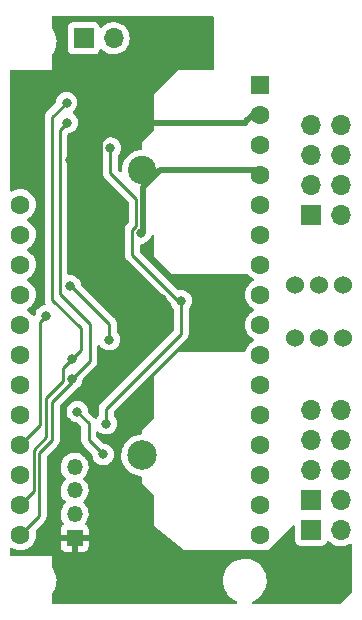
<source format=gbr>
%TF.GenerationSoftware,KiCad,Pcbnew,(6.0.2-0)*%
%TF.CreationDate,2022-06-23T22:24:51+02:00*%
%TF.ProjectId,CapSenseDuo,43617053-656e-4736-9544-756f2e6b6963,rev?*%
%TF.SameCoordinates,Original*%
%TF.FileFunction,Copper,L2,Bot*%
%TF.FilePolarity,Positive*%
%FSLAX46Y46*%
G04 Gerber Fmt 4.6, Leading zero omitted, Abs format (unit mm)*
G04 Created by KiCad (PCBNEW (6.0.2-0)) date 2022-06-23 22:24:51*
%MOMM*%
%LPD*%
G01*
G04 APERTURE LIST*
%TA.AperFunction,ComponentPad*%
%ADD10C,2.500000*%
%TD*%
%TA.AperFunction,ComponentPad*%
%ADD11R,1.700000X1.700000*%
%TD*%
%TA.AperFunction,ComponentPad*%
%ADD12O,1.700000X1.700000*%
%TD*%
%TA.AperFunction,ComponentPad*%
%ADD13C,2.400000*%
%TD*%
%TA.AperFunction,ComponentPad*%
%ADD14R,1.350000X1.350000*%
%TD*%
%TA.AperFunction,ComponentPad*%
%ADD15O,1.350000X1.350000*%
%TD*%
%TA.AperFunction,SMDPad,CuDef*%
%ADD16R,1.600000X1.600000*%
%TD*%
%TA.AperFunction,ComponentPad*%
%ADD17C,1.600000*%
%TD*%
%TA.AperFunction,SMDPad,CuDef*%
%ADD18C,1.600000*%
%TD*%
%TA.AperFunction,ComponentPad*%
%ADD19C,1.524000*%
%TD*%
%TA.AperFunction,ViaPad*%
%ADD20C,0.800000*%
%TD*%
%TA.AperFunction,Conductor*%
%ADD21C,0.500000*%
%TD*%
%TA.AperFunction,Conductor*%
%ADD22C,0.400000*%
%TD*%
%TA.AperFunction,Conductor*%
%ADD23C,0.250000*%
%TD*%
G04 APERTURE END LIST*
D10*
%TO.P,IC1,V*%
%TO.N,GND*%
X111760002Y-137800164D03*
%TD*%
D11*
%TO.P,BAT1,1,Pin_1*%
%TO.N,VBAT*%
X106807000Y-102489000D03*
D12*
%TO.P,BAT1,2,Pin_2*%
%TO.N,GND*%
X109347000Y-102489000D03*
%TD*%
D13*
%TO.P,IC2,V*%
%TO.N,GND*%
X111760002Y-113664998D03*
%TD*%
D14*
%TO.P,test1,1,Pin_1*%
%TO.N,+3V3*%
X106045000Y-144780000D03*
D15*
%TO.P,test1,2,Pin_2*%
%TO.N,SDA*%
X106045000Y-142780000D03*
%TO.P,test1,3,Pin_3*%
%TO.N,SCL*%
X106045000Y-140780000D03*
%TO.P,test1,4,Pin_4*%
%TO.N,GND*%
X106045000Y-138780000D03*
%TD*%
D11*
%TO.P,J3,1,Pin_1*%
%TO.N,GND*%
X126049000Y-144135000D03*
D12*
%TO.P,J3,2,Pin_2*%
X128589000Y-144135000D03*
%TD*%
D11*
%TO.P,J2,1,Pin_1*%
%TO.N,IN4A*%
X126049000Y-117465000D03*
D12*
%TO.P,J2,2,Pin_2*%
%TO.N,IN4B*%
X128589000Y-117465000D03*
%TO.P,J2,3,Pin_3*%
%TO.N,IN5A*%
X126049000Y-114925000D03*
%TO.P,J2,4,Pin_4*%
%TO.N,IN5B*%
X128589000Y-114925000D03*
%TO.P,J2,5,Pin_5*%
%TO.N,IN6A*%
X126049000Y-112385000D03*
%TO.P,J2,6,Pin_6*%
%TO.N,IN6B*%
X128589000Y-112385000D03*
%TO.P,J2,7,Pin_7*%
%TO.N,IN7A*%
X126049000Y-109845000D03*
%TO.P,J2,8,Pin_8*%
%TO.N,IN7B*%
X128589000Y-109845000D03*
%TD*%
D11*
%TO.P,J1,1,Pin_1*%
%TO.N,IN0A*%
X126049000Y-141595000D03*
D12*
%TO.P,J1,2,Pin_2*%
%TO.N,IN0B*%
X128589000Y-141595000D03*
%TO.P,J1,3,Pin_3*%
%TO.N,IN1A*%
X126049000Y-139055000D03*
%TO.P,J1,4,Pin_4*%
%TO.N,IN1B*%
X128589000Y-139055000D03*
%TO.P,J1,5,Pin_5*%
%TO.N,IN2A*%
X126049000Y-136515000D03*
%TO.P,J1,6,Pin_6*%
%TO.N,IN2B*%
X128589000Y-136515000D03*
%TO.P,J1,7,Pin_7*%
%TO.N,IN3A*%
X126049000Y-133975000D03*
%TO.P,J1,8,Pin_8*%
%TO.N,IN3B*%
X128589000Y-133975000D03*
%TD*%
D16*
%TO.P,A1,1,~{RESET}*%
%TO.N,unconnected-(A1-Pad1)*%
X121779797Y-106420834D03*
D17*
%TO.P,A1,2,3V3*%
%TO.N,+3V3*%
X121779797Y-108960834D03*
D18*
%TO.P,A1,3,AREF*%
%TO.N,unconnected-(A1-Pad3)*%
X121779797Y-111500834D03*
D17*
%TO.P,A1,4,GND*%
%TO.N,GND*%
X121779797Y-114040834D03*
D18*
%TO.P,A1,5,A0*%
%TO.N,unconnected-(A1-Pad5)*%
X121779797Y-116580834D03*
%TO.P,A1,6,A1*%
%TO.N,unconnected-(A1-Pad6)*%
X121779797Y-119120834D03*
%TO.P,A1,7,A2*%
%TO.N,unconnected-(A1-Pad7)*%
X121779797Y-121660834D03*
%TO.P,A1,8,A3*%
%TO.N,unconnected-(A1-Pad8)*%
X121779797Y-124200834D03*
%TO.P,A1,9,A4*%
%TO.N,unconnected-(A1-Pad9)*%
X121779797Y-126740834D03*
%TO.P,A1,10,A5*%
%TO.N,unconnected-(A1-Pad10)*%
X121779797Y-129280834D03*
%TO.P,A1,11,SCK*%
%TO.N,unconnected-(A1-Pad11)*%
X121779797Y-131820834D03*
%TO.P,A1,12,MOSI*%
%TO.N,unconnected-(A1-Pad12)*%
X121779797Y-134360834D03*
%TO.P,A1,13,MISO*%
%TO.N,unconnected-(A1-Pad13)*%
X121779797Y-136900834D03*
%TO.P,A1,14,RX*%
%TO.N,unconnected-(A1-Pad14)*%
X121779797Y-139440834D03*
%TO.P,A1,15,TX*%
%TO.N,unconnected-(A1-Pad15)*%
X121779797Y-141980834D03*
%TO.P,A1,16,SPARE*%
%TO.N,unconnected-(A1-Pad16)*%
X121779797Y-144520834D03*
D17*
%TO.P,A1,17,SDA*%
%TO.N,SDA*%
X101459797Y-144520834D03*
%TO.P,A1,18,SCL*%
%TO.N,SCL*%
X101459797Y-141980834D03*
%TO.P,A1,19,D0*%
%TO.N,ADDR1*%
X101459797Y-139440834D03*
%TO.P,A1,20,D1*%
%TO.N,ADDR2*%
X101459797Y-136900834D03*
%TO.P,A1,21,D2*%
%TO.N,SD*%
X101459797Y-134360834D03*
%TO.P,A1,22,D3*%
%TO.N,unconnected-(A1-Pad22)*%
X101459797Y-131820834D03*
%TO.P,A1,23,D4*%
%TO.N,unconnected-(A1-Pad23)*%
X101459797Y-129280834D03*
%TO.P,A1,24,D5*%
%TO.N,unconnected-(A1-Pad24)*%
X101459797Y-126740834D03*
%TO.P,A1,25,D6*%
%TO.N,unconnected-(A1-Pad25)*%
X101459797Y-124200834D03*
%TO.P,A1,26,USB*%
%TO.N,unconnected-(A1-Pad26)*%
X101459797Y-121660834D03*
%TO.P,A1,27,EN*%
%TO.N,Net-(A1-Pad27)*%
X101459797Y-119120834D03*
%TO.P,A1,28,VBAT*%
%TO.N,VBAT*%
X101459797Y-116580834D03*
%TD*%
D19*
%TO.P,SW1,1,A*%
%TO.N,unconnected-(SW1-Pad1)*%
X124746000Y-127853000D03*
%TO.P,SW1,2,B*%
%TO.N,Net-(A1-Pad27)*%
X126746000Y-127853000D03*
%TO.P,SW1,3,C*%
%TO.N,GND*%
X128746000Y-127853000D03*
%TO.P,SW1,4,A*%
%TO.N,unconnected-(SW1-Pad4)*%
X124746000Y-123353000D03*
%TO.P,SW1,5,B*%
%TO.N,unconnected-(SW1-Pad5)*%
X126746000Y-123353000D03*
%TO.P,SW1,6,C*%
%TO.N,unconnected-(SW1-Pad6)*%
X128746000Y-123353000D03*
%TD*%
D20*
%TO.N,GND*%
X111646000Y-118986000D03*
%TO.N,+3V3*%
X105410000Y-135001000D03*
X110096000Y-117475000D03*
X113411000Y-124587000D03*
X110109000Y-124828000D03*
X105664000Y-112776000D03*
X109969000Y-141605000D03*
%TO.N,SCL*%
X105359200Y-107950000D03*
X105814500Y-129667000D03*
%TO.N,SDA*%
X105410000Y-109626400D03*
X105814500Y-131318000D03*
%TO.N,ADDR2*%
X103632000Y-125984000D03*
%TO.N,clk*%
X109067600Y-111797500D03*
X115062000Y-124714000D03*
X108712000Y-135128000D03*
%TO.N,Net-(A1-Pad27)*%
X105664000Y-123444000D03*
X108966000Y-128016000D03*
%TO.N,SD*%
X106273600Y-134112000D03*
X108458000Y-137718800D03*
%TD*%
D21*
%TO.N,GND*%
X113244926Y-113664998D02*
X111826520Y-115083404D01*
D22*
X121779797Y-113956597D02*
X121488198Y-113664998D01*
X121779797Y-114040834D02*
X121779797Y-113956597D01*
D21*
X111826520Y-118805480D02*
X111646000Y-118986000D01*
X121488198Y-113664998D02*
X113244926Y-113664998D01*
X111826520Y-115083404D02*
X111826520Y-118805480D01*
D22*
%TO.N,+3V3*%
X109677200Y-109626400D02*
X108153200Y-111150400D01*
X109677200Y-117500400D02*
X110134400Y-117500400D01*
D21*
X121112366Y-108960834D02*
X120548400Y-109524800D01*
X120446800Y-109626400D02*
X112318800Y-109626400D01*
D22*
X108153200Y-111150400D02*
X108153200Y-115976400D01*
X108153200Y-115976400D02*
X109677200Y-117500400D01*
X112318800Y-109626400D02*
X109677200Y-109626400D01*
X121779797Y-108960834D02*
X121112366Y-108960834D01*
X120548400Y-109524800D02*
X120446800Y-109626400D01*
D23*
%TO.N,SCL*%
X106578400Y-127050800D02*
X106578400Y-128903100D01*
X103632000Y-132980391D02*
X103632000Y-136271000D01*
X103632000Y-136271000D02*
X102584308Y-137318692D01*
X105359200Y-107950000D02*
X104140000Y-109169200D01*
X102584308Y-137318692D02*
X102584308Y-140856323D01*
X105089989Y-130391511D02*
X105089989Y-131522402D01*
X104140000Y-109169200D02*
X104140000Y-124612400D01*
X105089989Y-131522402D02*
X103632000Y-132980391D01*
X104140000Y-124612400D02*
X106578400Y-127050800D01*
X102584308Y-140856323D02*
X101459797Y-141980834D01*
X106578400Y-128903100D02*
X105814500Y-129667000D01*
X105814500Y-129667000D02*
X105089989Y-130391511D01*
%TO.N,SDA*%
X104800400Y-110236000D02*
X104800400Y-124155200D01*
X103033828Y-142946803D02*
X101459797Y-144520834D01*
X107340400Y-129792100D02*
X105814500Y-131318000D01*
X105814500Y-131623750D02*
X104140000Y-133298250D01*
X104140000Y-136525000D02*
X103033828Y-137631172D01*
X107340400Y-126695200D02*
X107340400Y-129792100D01*
X103033828Y-137631172D02*
X103033828Y-142946803D01*
X104140000Y-133298250D02*
X104140000Y-136525000D01*
X105814500Y-131318000D02*
X105814500Y-131623750D01*
X105410000Y-109626400D02*
X104800400Y-110236000D01*
X104800400Y-124155200D02*
X107340400Y-126695200D01*
%TO.N,ADDR2*%
X101459797Y-136900834D02*
X103124000Y-135236631D01*
X103124000Y-126492000D02*
X103632000Y-125984000D01*
X103124000Y-135236631D02*
X103124000Y-126492000D01*
%TO.N,clk*%
X115062000Y-124714000D02*
X115062000Y-127508000D01*
X115062000Y-124714000D02*
X114831500Y-124714000D01*
X109067600Y-113893600D02*
X109067600Y-111797500D01*
X110921489Y-118685897D02*
X111252000Y-118355386D01*
X114831500Y-124714000D02*
X110921489Y-120803989D01*
X115062000Y-127508000D02*
X108712000Y-133858000D01*
X108712000Y-133858000D02*
X108712000Y-135128000D01*
X111252000Y-116078000D02*
X109067600Y-113893600D01*
X110921489Y-120803989D02*
X110921489Y-118685897D01*
X111252000Y-118355386D02*
X111252000Y-116078000D01*
%TO.N,Net-(A1-Pad27)*%
X105765600Y-123444000D02*
X108966000Y-126644400D01*
X105664000Y-123444000D02*
X105765600Y-123444000D01*
X108966000Y-126644400D02*
X108966000Y-128016000D01*
%TO.N,SD*%
X106273600Y-134112000D02*
X107238800Y-135077200D01*
X107238800Y-136499600D02*
X108458000Y-137718800D01*
X107238800Y-135077200D02*
X107238800Y-136499600D01*
%TD*%
%TA.AperFunction,Conductor*%
%TO.N,+3V3*%
G36*
X117798121Y-100604002D02*
G01*
X117844614Y-100657658D01*
X117856000Y-100710000D01*
X117856000Y-105030000D01*
X117835998Y-105098121D01*
X117782342Y-105144614D01*
X117730000Y-105156000D01*
X114808000Y-105156000D01*
X112776000Y-107188000D01*
X112776000Y-110183810D01*
X112755998Y-110251931D01*
X112739095Y-110272905D01*
X111760000Y-111252000D01*
X111760000Y-111830655D01*
X111739998Y-111898776D01*
X111686342Y-111945269D01*
X111650991Y-111955504D01*
X111568910Y-111966675D01*
X111403789Y-111989147D01*
X111399303Y-111990455D01*
X111399301Y-111990455D01*
X111369830Y-111999045D01*
X111159995Y-112060206D01*
X110929382Y-112166520D01*
X110925473Y-112169083D01*
X110720930Y-112303187D01*
X110720925Y-112303191D01*
X110717017Y-112305753D01*
X110679378Y-112339347D01*
X110575678Y-112431903D01*
X110527564Y-112474846D01*
X110365185Y-112670085D01*
X110233449Y-112887180D01*
X110231640Y-112891494D01*
X110231639Y-112891496D01*
X110171616Y-113034636D01*
X110135248Y-113121363D01*
X110072740Y-113367488D01*
X110047298Y-113620149D01*
X110047522Y-113624815D01*
X110047522Y-113624821D01*
X110049677Y-113669682D01*
X110032966Y-113738684D01*
X109981602Y-113787698D01*
X109911894Y-113801161D01*
X109845973Y-113774800D01*
X109834727Y-113764822D01*
X109738005Y-113668100D01*
X109703979Y-113605788D01*
X109701100Y-113579005D01*
X109701100Y-112500024D01*
X109721102Y-112431903D01*
X109733458Y-112415721D01*
X109806640Y-112334444D01*
X109902127Y-112169056D01*
X109961142Y-111987428D01*
X109964561Y-111954903D01*
X109980414Y-111804065D01*
X109981104Y-111797500D01*
X109961142Y-111607572D01*
X109902127Y-111425944D01*
X109880250Y-111388051D01*
X109809941Y-111266274D01*
X109806640Y-111260556D01*
X109796774Y-111249598D01*
X109683275Y-111123545D01*
X109683274Y-111123544D01*
X109678853Y-111118634D01*
X109524352Y-111006382D01*
X109518324Y-111003698D01*
X109518322Y-111003697D01*
X109355919Y-110931391D01*
X109355918Y-110931391D01*
X109349888Y-110928706D01*
X109256488Y-110908853D01*
X109169544Y-110890372D01*
X109169539Y-110890372D01*
X109163087Y-110889000D01*
X108972113Y-110889000D01*
X108965661Y-110890372D01*
X108965656Y-110890372D01*
X108878712Y-110908853D01*
X108785312Y-110928706D01*
X108779282Y-110931391D01*
X108779281Y-110931391D01*
X108616878Y-111003697D01*
X108616876Y-111003698D01*
X108610848Y-111006382D01*
X108456347Y-111118634D01*
X108451926Y-111123544D01*
X108451925Y-111123545D01*
X108338427Y-111249598D01*
X108328560Y-111260556D01*
X108325259Y-111266274D01*
X108254951Y-111388051D01*
X108233073Y-111425944D01*
X108174058Y-111607572D01*
X108154096Y-111797500D01*
X108154786Y-111804065D01*
X108170640Y-111954903D01*
X108174058Y-111987428D01*
X108233073Y-112169056D01*
X108328560Y-112334444D01*
X108401737Y-112415715D01*
X108432453Y-112479721D01*
X108434100Y-112500024D01*
X108434100Y-113814833D01*
X108433573Y-113826016D01*
X108431898Y-113833509D01*
X108432147Y-113841435D01*
X108432147Y-113841436D01*
X108434038Y-113901586D01*
X108434100Y-113905545D01*
X108434100Y-113933456D01*
X108434597Y-113937390D01*
X108434597Y-113937391D01*
X108434605Y-113937456D01*
X108435538Y-113949293D01*
X108436927Y-113993489D01*
X108442578Y-114012939D01*
X108446587Y-114032300D01*
X108449126Y-114052397D01*
X108452045Y-114059768D01*
X108452045Y-114059770D01*
X108465404Y-114093512D01*
X108469249Y-114104742D01*
X108481582Y-114147193D01*
X108485615Y-114154012D01*
X108485617Y-114154017D01*
X108491893Y-114164628D01*
X108500588Y-114182376D01*
X108508048Y-114201217D01*
X108512710Y-114207633D01*
X108512710Y-114207634D01*
X108534036Y-114236987D01*
X108540552Y-114246907D01*
X108563058Y-114284962D01*
X108577379Y-114299283D01*
X108590219Y-114314316D01*
X108602128Y-114330707D01*
X108608234Y-114335758D01*
X108636205Y-114358898D01*
X108644984Y-114366888D01*
X110581595Y-116303500D01*
X110615621Y-116365812D01*
X110618500Y-116392595D01*
X110618500Y-118040791D01*
X110598498Y-118108912D01*
X110581595Y-118129886D01*
X110529236Y-118182245D01*
X110520950Y-118189785D01*
X110514471Y-118193897D01*
X110509046Y-118199674D01*
X110467845Y-118243549D01*
X110465090Y-118246391D01*
X110445354Y-118266127D01*
X110442874Y-118269324D01*
X110435171Y-118278344D01*
X110404903Y-118310576D01*
X110401084Y-118317522D01*
X110401082Y-118317525D01*
X110395141Y-118328331D01*
X110384290Y-118344850D01*
X110371875Y-118360856D01*
X110368730Y-118368125D01*
X110368727Y-118368129D01*
X110354315Y-118401434D01*
X110349098Y-118412084D01*
X110327794Y-118450837D01*
X110325823Y-118458512D01*
X110325823Y-118458513D01*
X110322756Y-118470459D01*
X110316352Y-118489163D01*
X110308308Y-118507752D01*
X110307069Y-118515575D01*
X110307066Y-118515585D01*
X110301390Y-118551421D01*
X110298984Y-118563041D01*
X110287989Y-118605867D01*
X110287989Y-118626121D01*
X110286438Y-118645831D01*
X110283269Y-118665840D01*
X110284015Y-118673732D01*
X110287430Y-118709858D01*
X110287989Y-118721716D01*
X110287989Y-120725222D01*
X110287462Y-120736405D01*
X110285787Y-120743898D01*
X110286036Y-120751824D01*
X110286036Y-120751825D01*
X110287927Y-120811975D01*
X110287989Y-120815934D01*
X110287989Y-120843845D01*
X110288486Y-120847779D01*
X110288486Y-120847780D01*
X110288494Y-120847845D01*
X110289427Y-120859682D01*
X110290816Y-120903878D01*
X110296467Y-120923328D01*
X110300476Y-120942689D01*
X110303015Y-120962786D01*
X110305934Y-120970157D01*
X110305934Y-120970159D01*
X110319293Y-121003901D01*
X110323138Y-121015131D01*
X110335471Y-121057582D01*
X110339504Y-121064401D01*
X110339506Y-121064406D01*
X110345782Y-121075017D01*
X110354477Y-121092765D01*
X110361937Y-121111606D01*
X110366599Y-121118022D01*
X110366599Y-121118023D01*
X110387925Y-121147376D01*
X110394441Y-121157296D01*
X110416947Y-121195351D01*
X110431268Y-121209672D01*
X110444108Y-121224705D01*
X110456017Y-121241096D01*
X110462123Y-121246147D01*
X110490094Y-121269287D01*
X110498873Y-121277277D01*
X114167732Y-124946136D01*
X114198470Y-124996294D01*
X114227473Y-125085556D01*
X114322960Y-125250944D01*
X114396137Y-125332215D01*
X114426853Y-125396221D01*
X114428500Y-125416524D01*
X114428500Y-127193406D01*
X114408498Y-127261527D01*
X114391595Y-127282501D01*
X111354685Y-130319410D01*
X108319747Y-133354348D01*
X108311461Y-133361888D01*
X108304982Y-133366000D01*
X108299557Y-133371777D01*
X108258357Y-133415651D01*
X108255602Y-133418493D01*
X108235865Y-133438230D01*
X108233385Y-133441427D01*
X108225682Y-133450447D01*
X108195414Y-133482679D01*
X108191595Y-133489625D01*
X108191593Y-133489628D01*
X108185652Y-133500434D01*
X108174801Y-133516953D01*
X108162386Y-133532959D01*
X108159241Y-133540228D01*
X108159238Y-133540232D01*
X108144826Y-133573537D01*
X108139609Y-133584187D01*
X108118305Y-133622940D01*
X108116334Y-133630615D01*
X108116334Y-133630616D01*
X108113267Y-133642562D01*
X108106863Y-133661266D01*
X108098819Y-133679855D01*
X108097580Y-133687678D01*
X108097577Y-133687688D01*
X108091901Y-133723524D01*
X108089495Y-133735144D01*
X108086521Y-133746729D01*
X108078500Y-133777970D01*
X108078500Y-133798224D01*
X108076949Y-133817934D01*
X108073780Y-133837943D01*
X108074526Y-133845835D01*
X108077941Y-133881961D01*
X108078500Y-133893819D01*
X108078500Y-134425476D01*
X108058498Y-134493597D01*
X108046142Y-134509779D01*
X107972960Y-134591056D01*
X107960925Y-134611902D01*
X107936324Y-134654511D01*
X107884941Y-134703504D01*
X107815228Y-134716940D01*
X107749317Y-134690553D01*
X107738110Y-134680606D01*
X107729021Y-134671517D01*
X107716180Y-134656483D01*
X107714747Y-134654511D01*
X107704272Y-134640093D01*
X107670195Y-134611902D01*
X107661416Y-134603912D01*
X107220722Y-134163218D01*
X107186696Y-134100906D01*
X107184507Y-134087293D01*
X107167832Y-133928635D01*
X107167832Y-133928633D01*
X107167142Y-133922072D01*
X107108127Y-133740444D01*
X107101745Y-133729389D01*
X107062413Y-133661266D01*
X107012640Y-133575056D01*
X106999673Y-133560654D01*
X106889275Y-133438045D01*
X106889274Y-133438044D01*
X106884853Y-133433134D01*
X106730352Y-133320882D01*
X106724324Y-133318198D01*
X106724322Y-133318197D01*
X106561919Y-133245891D01*
X106561918Y-133245891D01*
X106555888Y-133243206D01*
X106451347Y-133220985D01*
X106375544Y-133204872D01*
X106375539Y-133204872D01*
X106369087Y-133203500D01*
X106178113Y-133203500D01*
X106171661Y-133204872D01*
X106171656Y-133204872D01*
X106095853Y-133220985D01*
X105991312Y-133243206D01*
X105985282Y-133245891D01*
X105985281Y-133245891D01*
X105822878Y-133318197D01*
X105822876Y-133318198D01*
X105816848Y-133320882D01*
X105662347Y-133433134D01*
X105657926Y-133438044D01*
X105657925Y-133438045D01*
X105547528Y-133560654D01*
X105534560Y-133575056D01*
X105484787Y-133661266D01*
X105445456Y-133729389D01*
X105439073Y-133740444D01*
X105380058Y-133922072D01*
X105379368Y-133928633D01*
X105379368Y-133928635D01*
X105363092Y-134083499D01*
X105360096Y-134112000D01*
X105360786Y-134118565D01*
X105365637Y-134164715D01*
X105380058Y-134301928D01*
X105439073Y-134483556D01*
X105442376Y-134489278D01*
X105442377Y-134489279D01*
X105476286Y-134548010D01*
X105534560Y-134648944D01*
X105538978Y-134653851D01*
X105538979Y-134653852D01*
X105567779Y-134685838D01*
X105662347Y-134790866D01*
X105816848Y-134903118D01*
X105822876Y-134905802D01*
X105822878Y-134905803D01*
X105985281Y-134978109D01*
X105991312Y-134980794D01*
X106084712Y-135000647D01*
X106171656Y-135019128D01*
X106171661Y-135019128D01*
X106178113Y-135020500D01*
X106234005Y-135020500D01*
X106302126Y-135040502D01*
X106323101Y-135057405D01*
X106568396Y-135302701D01*
X106602421Y-135365013D01*
X106605300Y-135391796D01*
X106605300Y-136420833D01*
X106604773Y-136432016D01*
X106603098Y-136439509D01*
X106603347Y-136447435D01*
X106603347Y-136447436D01*
X106605238Y-136507586D01*
X106605300Y-136511545D01*
X106605300Y-136539456D01*
X106605797Y-136543390D01*
X106605797Y-136543391D01*
X106605805Y-136543456D01*
X106606738Y-136555293D01*
X106608127Y-136599489D01*
X106613778Y-136618939D01*
X106617787Y-136638300D01*
X106620326Y-136658397D01*
X106623245Y-136665768D01*
X106623245Y-136665770D01*
X106636604Y-136699512D01*
X106640449Y-136710742D01*
X106650571Y-136745583D01*
X106652782Y-136753193D01*
X106656815Y-136760012D01*
X106656817Y-136760017D01*
X106663093Y-136770628D01*
X106671788Y-136788376D01*
X106679248Y-136807217D01*
X106683910Y-136813633D01*
X106683910Y-136813634D01*
X106705236Y-136842987D01*
X106711752Y-136852907D01*
X106729294Y-136882568D01*
X106734258Y-136890962D01*
X106748579Y-136905283D01*
X106761419Y-136920316D01*
X106773328Y-136936707D01*
X106806913Y-136964491D01*
X106807405Y-136964898D01*
X106816184Y-136972888D01*
X107510878Y-137667582D01*
X107544904Y-137729894D01*
X107547093Y-137743507D01*
X107562748Y-137892455D01*
X107564458Y-137908728D01*
X107623473Y-138090356D01*
X107718960Y-138255744D01*
X107723378Y-138260651D01*
X107723379Y-138260652D01*
X107812489Y-138359619D01*
X107846747Y-138397666D01*
X108001248Y-138509918D01*
X108007276Y-138512602D01*
X108007278Y-138512603D01*
X108169681Y-138584909D01*
X108175712Y-138587594D01*
X108269113Y-138607447D01*
X108356056Y-138625928D01*
X108356061Y-138625928D01*
X108362513Y-138627300D01*
X108553487Y-138627300D01*
X108559939Y-138625928D01*
X108559944Y-138625928D01*
X108646887Y-138607447D01*
X108740288Y-138587594D01*
X108746319Y-138584909D01*
X108908722Y-138512603D01*
X108908724Y-138512602D01*
X108914752Y-138509918D01*
X109069253Y-138397666D01*
X109103511Y-138359619D01*
X109192621Y-138260652D01*
X109192622Y-138260651D01*
X109197040Y-138255744D01*
X109292527Y-138090356D01*
X109351542Y-137908728D01*
X109353253Y-137892455D01*
X109370814Y-137725365D01*
X109371504Y-137718800D01*
X109358801Y-137597941D01*
X109352232Y-137535435D01*
X109352232Y-137535433D01*
X109351542Y-137528872D01*
X109292527Y-137347244D01*
X109276849Y-137320088D01*
X109200341Y-137187574D01*
X109197040Y-137181856D01*
X109069253Y-137039934D01*
X108927174Y-136936707D01*
X108920094Y-136931563D01*
X108920093Y-136931562D01*
X108914752Y-136927682D01*
X108908724Y-136924998D01*
X108908722Y-136924997D01*
X108746319Y-136852691D01*
X108746318Y-136852691D01*
X108740288Y-136850006D01*
X108646887Y-136830153D01*
X108559944Y-136811672D01*
X108559939Y-136811672D01*
X108553487Y-136810300D01*
X108497595Y-136810300D01*
X108429474Y-136790298D01*
X108408500Y-136773395D01*
X107909205Y-136274100D01*
X107875179Y-136211788D01*
X107872300Y-136185005D01*
X107872300Y-135881390D01*
X107892302Y-135813269D01*
X107945958Y-135766776D01*
X108016232Y-135756672D01*
X108080812Y-135786166D01*
X108091926Y-135797069D01*
X108100747Y-135806866D01*
X108109560Y-135813269D01*
X108221552Y-135894636D01*
X108255248Y-135919118D01*
X108261276Y-135921802D01*
X108261278Y-135921803D01*
X108423681Y-135994109D01*
X108429712Y-135996794D01*
X108523112Y-136016647D01*
X108610056Y-136035128D01*
X108610061Y-136035128D01*
X108616513Y-136036500D01*
X108807487Y-136036500D01*
X108813939Y-136035128D01*
X108813944Y-136035128D01*
X108900888Y-136016647D01*
X108994288Y-135996794D01*
X109000319Y-135994109D01*
X109162722Y-135921803D01*
X109162724Y-135921802D01*
X109168752Y-135919118D01*
X109202449Y-135894636D01*
X109314440Y-135813269D01*
X109323253Y-135806866D01*
X109328943Y-135800547D01*
X109446621Y-135669852D01*
X109446622Y-135669851D01*
X109451040Y-135664944D01*
X109546527Y-135499556D01*
X109605542Y-135317928D01*
X109607143Y-135302701D01*
X109624814Y-135134565D01*
X109625504Y-135128000D01*
X109616308Y-135040502D01*
X109606232Y-134944635D01*
X109606232Y-134944633D01*
X109605542Y-134938072D01*
X109546527Y-134756444D01*
X109451040Y-134591056D01*
X109377863Y-134509785D01*
X109347147Y-134445779D01*
X109345500Y-134425476D01*
X109345500Y-134172594D01*
X109365502Y-134104473D01*
X109382405Y-134083499D01*
X115454253Y-128011652D01*
X115462539Y-128004112D01*
X115469018Y-128000000D01*
X115515644Y-127950348D01*
X115518398Y-127947507D01*
X115538135Y-127927770D01*
X115540615Y-127924573D01*
X115548320Y-127915551D01*
X115563955Y-127898901D01*
X115578586Y-127883321D01*
X115582405Y-127876375D01*
X115582407Y-127876372D01*
X115588348Y-127865566D01*
X115599199Y-127849047D01*
X115599559Y-127848583D01*
X115611614Y-127833041D01*
X115614759Y-127825772D01*
X115614762Y-127825768D01*
X115629174Y-127792463D01*
X115634391Y-127781813D01*
X115655695Y-127743060D01*
X115660733Y-127723437D01*
X115667137Y-127704734D01*
X115672033Y-127693420D01*
X115672033Y-127693419D01*
X115675181Y-127686145D01*
X115676420Y-127678322D01*
X115676423Y-127678312D01*
X115682099Y-127642476D01*
X115684505Y-127630856D01*
X115693528Y-127595711D01*
X115693528Y-127595710D01*
X115695500Y-127588030D01*
X115695500Y-127567776D01*
X115697051Y-127548065D01*
X115698980Y-127535886D01*
X115700220Y-127528057D01*
X115696059Y-127484038D01*
X115695500Y-127472181D01*
X115695500Y-125416524D01*
X115715502Y-125348403D01*
X115727858Y-125332221D01*
X115801040Y-125250944D01*
X115896527Y-125085556D01*
X115955542Y-124903928D01*
X115975504Y-124714000D01*
X115970680Y-124668099D01*
X115956232Y-124530635D01*
X115956232Y-124530633D01*
X115955542Y-124524072D01*
X115896527Y-124342444D01*
X115801040Y-124177056D01*
X115673253Y-124035134D01*
X115518752Y-123922882D01*
X115512724Y-123920198D01*
X115512722Y-123920197D01*
X115350319Y-123847891D01*
X115350318Y-123847891D01*
X115344288Y-123845206D01*
X115250888Y-123825353D01*
X115163944Y-123806872D01*
X115163939Y-123806872D01*
X115157487Y-123805500D01*
X114966513Y-123805500D01*
X114960058Y-123806872D01*
X114960049Y-123806873D01*
X114911698Y-123817151D01*
X114840907Y-123811750D01*
X114796405Y-123783000D01*
X111591894Y-120578489D01*
X111557868Y-120516177D01*
X111554989Y-120489394D01*
X111554989Y-120020500D01*
X111574991Y-119952379D01*
X111628647Y-119905886D01*
X111680989Y-119894500D01*
X111741487Y-119894500D01*
X111747939Y-119893128D01*
X111747944Y-119893128D01*
X111834888Y-119874647D01*
X111928288Y-119854794D01*
X111934319Y-119852109D01*
X112096722Y-119779803D01*
X112096724Y-119779802D01*
X112102752Y-119777118D01*
X112257253Y-119664866D01*
X112261675Y-119659955D01*
X112380621Y-119527852D01*
X112380622Y-119527851D01*
X112385040Y-119522944D01*
X112480527Y-119357556D01*
X112530167Y-119204781D01*
X112570241Y-119146175D01*
X112635637Y-119118538D01*
X112705594Y-119130645D01*
X112757900Y-119178651D01*
X112776000Y-119243717D01*
X112776000Y-120904000D01*
X114300000Y-122428000D01*
X120653998Y-122428000D01*
X120722119Y-122448002D01*
X120757210Y-122481728D01*
X120773599Y-122505134D01*
X120935497Y-122667032D01*
X120940005Y-122670189D01*
X120940008Y-122670191D01*
X120998018Y-122710810D01*
X121123048Y-122798357D01*
X121128030Y-122800680D01*
X121128035Y-122800683D01*
X121162254Y-122816639D01*
X121215539Y-122863556D01*
X121235000Y-122931833D01*
X121214458Y-122999793D01*
X121162254Y-123045029D01*
X121128035Y-123060985D01*
X121128030Y-123060988D01*
X121123048Y-123063311D01*
X121018186Y-123136736D01*
X120940008Y-123191477D01*
X120940005Y-123191479D01*
X120935497Y-123194636D01*
X120773599Y-123356534D01*
X120770442Y-123361042D01*
X120770440Y-123361045D01*
X120715699Y-123439223D01*
X120642274Y-123544085D01*
X120639951Y-123549067D01*
X120639948Y-123549072D01*
X120625631Y-123579776D01*
X120545513Y-123751591D01*
X120544091Y-123756899D01*
X120544090Y-123756901D01*
X120535437Y-123789196D01*
X120486254Y-123972747D01*
X120466299Y-124200834D01*
X120486254Y-124428921D01*
X120487678Y-124434234D01*
X120487678Y-124434236D01*
X120538086Y-124622358D01*
X120545513Y-124650077D01*
X120547836Y-124655058D01*
X120547836Y-124655059D01*
X120639948Y-124852596D01*
X120639951Y-124852601D01*
X120642274Y-124857583D01*
X120773599Y-125045134D01*
X120935497Y-125207032D01*
X120940005Y-125210189D01*
X120940008Y-125210191D01*
X120998210Y-125250944D01*
X121123048Y-125338357D01*
X121128030Y-125340680D01*
X121128035Y-125340683D01*
X121162254Y-125356639D01*
X121215539Y-125403556D01*
X121235000Y-125471833D01*
X121214458Y-125539793D01*
X121162254Y-125585029D01*
X121128035Y-125600985D01*
X121128030Y-125600988D01*
X121123048Y-125603311D01*
X121069870Y-125640547D01*
X120940008Y-125731477D01*
X120940005Y-125731479D01*
X120935497Y-125734636D01*
X120773599Y-125896534D01*
X120642274Y-126084085D01*
X120639951Y-126089067D01*
X120639948Y-126089072D01*
X120581831Y-126213706D01*
X120545513Y-126291591D01*
X120544091Y-126296899D01*
X120544090Y-126296901D01*
X120523600Y-126373372D01*
X120486254Y-126512747D01*
X120466299Y-126740834D01*
X120486254Y-126968921D01*
X120487678Y-126974234D01*
X120487678Y-126974236D01*
X120502439Y-127029322D01*
X120545513Y-127190077D01*
X120547836Y-127195058D01*
X120547836Y-127195059D01*
X120639948Y-127392596D01*
X120639951Y-127392601D01*
X120642274Y-127397583D01*
X120655733Y-127416804D01*
X120770075Y-127580101D01*
X120773599Y-127585134D01*
X120935497Y-127747032D01*
X120940005Y-127750189D01*
X120940008Y-127750191D01*
X120992593Y-127787011D01*
X121123048Y-127878357D01*
X121128030Y-127880680D01*
X121128035Y-127880683D01*
X121162254Y-127896639D01*
X121215539Y-127943556D01*
X121235000Y-128011833D01*
X121214458Y-128079793D01*
X121162254Y-128125029D01*
X121128035Y-128140985D01*
X121128030Y-128140988D01*
X121123048Y-128143311D01*
X121069870Y-128180547D01*
X120940008Y-128271477D01*
X120940005Y-128271479D01*
X120935497Y-128274636D01*
X120773599Y-128436534D01*
X120642274Y-128624085D01*
X120639951Y-128629067D01*
X120639948Y-128629072D01*
X120602262Y-128709892D01*
X120545513Y-128831591D01*
X120544089Y-128836904D01*
X120544089Y-128836905D01*
X120516837Y-128938611D01*
X120479885Y-128999234D01*
X120416025Y-129030255D01*
X120395130Y-129032000D01*
X114808000Y-129032000D01*
X112776000Y-131064000D01*
X112776000Y-134567810D01*
X112755998Y-134635931D01*
X112739095Y-134656905D01*
X111760000Y-135636000D01*
X111760000Y-135915358D01*
X111739998Y-135983479D01*
X111686342Y-136029972D01*
X111650994Y-136040206D01*
X111393364Y-136075268D01*
X111142435Y-136148407D01*
X111138182Y-136150367D01*
X111138181Y-136150368D01*
X111087890Y-136173553D01*
X110905074Y-136257832D01*
X110855026Y-136290645D01*
X110690406Y-136398574D01*
X110690401Y-136398578D01*
X110686493Y-136401140D01*
X110491496Y-136575182D01*
X110324365Y-136776134D01*
X110321936Y-136780137D01*
X110208343Y-136967333D01*
X110188773Y-136999583D01*
X110087699Y-137240619D01*
X110023361Y-137493947D01*
X110022893Y-137498598D01*
X110022892Y-137498602D01*
X110020476Y-137522594D01*
X109997175Y-137754003D01*
X109997399Y-137758669D01*
X109997399Y-137758675D01*
X110001016Y-137833962D01*
X110009715Y-138015072D01*
X110060706Y-138271420D01*
X110149028Y-138517416D01*
X110151244Y-138521540D01*
X110215755Y-138641601D01*
X110272739Y-138747655D01*
X110275534Y-138751398D01*
X110275536Y-138751401D01*
X110426332Y-138953341D01*
X110426337Y-138953347D01*
X110429124Y-138957079D01*
X110432433Y-138960359D01*
X110432438Y-138960365D01*
X110611428Y-139137799D01*
X110614745Y-139141087D01*
X110618507Y-139143845D01*
X110618510Y-139143848D01*
X110788484Y-139268478D01*
X110825526Y-139295638D01*
X110829669Y-139297818D01*
X110829671Y-139297819D01*
X111052686Y-139415153D01*
X111052691Y-139415155D01*
X111056836Y-139417336D01*
X111303592Y-139503508D01*
X111308185Y-139504380D01*
X111555787Y-139551388D01*
X111555790Y-139551388D01*
X111560376Y-139552259D01*
X111638948Y-139555346D01*
X111706230Y-139578007D01*
X111750580Y-139633447D01*
X111760000Y-139681249D01*
X111760000Y-140208000D01*
X112739095Y-141187095D01*
X112773121Y-141249407D01*
X112776000Y-141276190D01*
X112776000Y-143764000D01*
X112784006Y-143770405D01*
X112784007Y-143770406D01*
X113205482Y-144107586D01*
X115316000Y-145796000D01*
X121466536Y-145796000D01*
X121499147Y-145800293D01*
X121534364Y-145809729D01*
X121551710Y-145814377D01*
X121779797Y-145834332D01*
X122007884Y-145814377D01*
X122025230Y-145809729D01*
X122060447Y-145800293D01*
X122093058Y-145796000D01*
X122428000Y-145796000D01*
X124475405Y-143748595D01*
X124537717Y-143714569D01*
X124608532Y-143719634D01*
X124665368Y-143762181D01*
X124690179Y-143828701D01*
X124690500Y-143837690D01*
X124690500Y-145033134D01*
X124690869Y-145036531D01*
X124691080Y-145038475D01*
X124697255Y-145095316D01*
X124748385Y-145231705D01*
X124835739Y-145348261D01*
X124952295Y-145435615D01*
X125088684Y-145486745D01*
X125150866Y-145493500D01*
X126947134Y-145493500D01*
X127009316Y-145486745D01*
X127145705Y-145435615D01*
X127262261Y-145348261D01*
X127349615Y-145231705D01*
X127354346Y-145219086D01*
X127393598Y-145114382D01*
X127436240Y-145057618D01*
X127502802Y-145032918D01*
X127572150Y-145048126D01*
X127606817Y-145076114D01*
X127635250Y-145108938D01*
X127807126Y-145251632D01*
X128000000Y-145364338D01*
X128004825Y-145366180D01*
X128004826Y-145366181D01*
X128044209Y-145381220D01*
X128208692Y-145444030D01*
X128213760Y-145445061D01*
X128213763Y-145445062D01*
X128321017Y-145466883D01*
X128427597Y-145488567D01*
X128432772Y-145488757D01*
X128432774Y-145488757D01*
X128645673Y-145496564D01*
X128645677Y-145496564D01*
X128650837Y-145496753D01*
X128655957Y-145496097D01*
X128655959Y-145496097D01*
X128867288Y-145469025D01*
X128867289Y-145469025D01*
X128872416Y-145468368D01*
X128877366Y-145466883D01*
X129081429Y-145405661D01*
X129081434Y-145405659D01*
X129086384Y-145404174D01*
X129286994Y-145305896D01*
X129291203Y-145302894D01*
X129291211Y-145302889D01*
X129325206Y-145278641D01*
X129392279Y-145255367D01*
X129461288Y-145272052D01*
X129510321Y-145323396D01*
X129524373Y-145381220D01*
X129524373Y-149272957D01*
X129520256Y-149304901D01*
X129505168Y-149362469D01*
X129472380Y-149419620D01*
X128560905Y-150331095D01*
X128498593Y-150365121D01*
X128471810Y-150368000D01*
X121216085Y-150368000D01*
X121147964Y-150347998D01*
X121101471Y-150294342D01*
X121091367Y-150224068D01*
X121120861Y-150159488D01*
X121171445Y-150124173D01*
X121230314Y-150101870D01*
X121230323Y-150101866D01*
X121234588Y-150100250D01*
X121470368Y-149969286D01*
X121684773Y-149805657D01*
X121873312Y-149612792D01*
X122032034Y-149394730D01*
X122115190Y-149236676D01*
X122155490Y-149160079D01*
X122155493Y-149160073D01*
X122157615Y-149156039D01*
X122220378Y-148978312D01*
X122245902Y-148906033D01*
X122245902Y-148906032D01*
X122247425Y-148901720D01*
X122299581Y-148637100D01*
X122308782Y-148452277D01*
X122312764Y-148372292D01*
X122312764Y-148372286D01*
X122312991Y-148367723D01*
X122287375Y-148099231D01*
X122242042Y-147913967D01*
X122224355Y-147841688D01*
X122223269Y-147837250D01*
X122122015Y-147587267D01*
X121985735Y-147354518D01*
X121867928Y-147207208D01*
X121820136Y-147147447D01*
X121820135Y-147147445D01*
X121817284Y-147143881D01*
X121620191Y-146959766D01*
X121398584Y-146806032D01*
X121394501Y-146804001D01*
X121394498Y-146803999D01*
X121229606Y-146721967D01*
X121157106Y-146685899D01*
X121152772Y-146684478D01*
X121152769Y-146684477D01*
X120905147Y-146603302D01*
X120905141Y-146603301D01*
X120900814Y-146601882D01*
X120896322Y-146601102D01*
X120638860Y-146556399D01*
X120638852Y-146556398D01*
X120635079Y-146555743D01*
X120623817Y-146555182D01*
X120551422Y-146551578D01*
X120551414Y-146551578D01*
X120549851Y-146551500D01*
X120381488Y-146551500D01*
X120379220Y-146551665D01*
X120379208Y-146551665D01*
X120248116Y-146561177D01*
X120180996Y-146566047D01*
X120176541Y-146567031D01*
X120176538Y-146567031D01*
X119922088Y-146623209D01*
X119922084Y-146623210D01*
X119917628Y-146624194D01*
X119791520Y-146671972D01*
X119669682Y-146718132D01*
X119669679Y-146718133D01*
X119665412Y-146719750D01*
X119429632Y-146850714D01*
X119215227Y-147014343D01*
X119026688Y-147207208D01*
X118867966Y-147425270D01*
X118865844Y-147429304D01*
X118744510Y-147659921D01*
X118744507Y-147659927D01*
X118742385Y-147663961D01*
X118740865Y-147668266D01*
X118740863Y-147668270D01*
X118654098Y-147913967D01*
X118652575Y-147918280D01*
X118600419Y-148182900D01*
X118600192Y-148187453D01*
X118600192Y-148187456D01*
X118590410Y-148383967D01*
X118587009Y-148452277D01*
X118612625Y-148720769D01*
X118613710Y-148725203D01*
X118613711Y-148725209D01*
X118658163Y-148906868D01*
X118676731Y-148982750D01*
X118777985Y-149232733D01*
X118914265Y-149465482D01*
X118945492Y-149504529D01*
X119034686Y-149616060D01*
X119082716Y-149676119D01*
X119279809Y-149860234D01*
X119501416Y-150013968D01*
X119505499Y-150015999D01*
X119505502Y-150016001D01*
X119733020Y-150129189D01*
X119785101Y-150177440D01*
X119802828Y-150246187D01*
X119780573Y-150313606D01*
X119725402Y-150358290D01*
X119676898Y-150368000D01*
X104266000Y-150368000D01*
X104197879Y-150347998D01*
X104151386Y-150294342D01*
X104140000Y-150242000D01*
X104140000Y-149562173D01*
X104160002Y-149494052D01*
X104164129Y-149488023D01*
X104229347Y-149398423D01*
X104229353Y-149398413D01*
X104232034Y-149394730D01*
X104315190Y-149236676D01*
X104355490Y-149160079D01*
X104355493Y-149160073D01*
X104357615Y-149156039D01*
X104420378Y-148978312D01*
X104445902Y-148906033D01*
X104445902Y-148906032D01*
X104447425Y-148901720D01*
X104499581Y-148637100D01*
X104508782Y-148452277D01*
X104512764Y-148372292D01*
X104512764Y-148372286D01*
X104512991Y-148367723D01*
X104487375Y-148099231D01*
X104442042Y-147913967D01*
X104424355Y-147841688D01*
X104423269Y-147837250D01*
X104322015Y-147587267D01*
X104185735Y-147354518D01*
X104167596Y-147331836D01*
X104140672Y-147266142D01*
X104140000Y-147253142D01*
X104140000Y-146304000D01*
X100710000Y-146304000D01*
X100641879Y-146283998D01*
X100595386Y-146230342D01*
X100584000Y-146178000D01*
X100584000Y-145747022D01*
X100604002Y-145678901D01*
X100657658Y-145632408D01*
X100727932Y-145622304D01*
X100782270Y-145643808D01*
X100803048Y-145658357D01*
X100808030Y-145660680D01*
X100808035Y-145660683D01*
X100877456Y-145693054D01*
X101010554Y-145755118D01*
X101015862Y-145756540D01*
X101015864Y-145756541D01*
X101226395Y-145812953D01*
X101226397Y-145812953D01*
X101231710Y-145814377D01*
X101459797Y-145834332D01*
X101687884Y-145814377D01*
X101693197Y-145812953D01*
X101693199Y-145812953D01*
X101903730Y-145756541D01*
X101903732Y-145756540D01*
X101909040Y-145755118D01*
X102042138Y-145693054D01*
X102111559Y-145660683D01*
X102111564Y-145660680D01*
X102116546Y-145658357D01*
X102260797Y-145557351D01*
X102299586Y-145530191D01*
X102299589Y-145530189D01*
X102304097Y-145527032D01*
X102331460Y-145499669D01*
X104862001Y-145499669D01*
X104862371Y-145506490D01*
X104867895Y-145557352D01*
X104871521Y-145572604D01*
X104916676Y-145693054D01*
X104925214Y-145708649D01*
X105001715Y-145810724D01*
X105014276Y-145823285D01*
X105116351Y-145899786D01*
X105131946Y-145908324D01*
X105252394Y-145953478D01*
X105267649Y-145957105D01*
X105318514Y-145962631D01*
X105325328Y-145963000D01*
X105772885Y-145963000D01*
X105788124Y-145958525D01*
X105789329Y-145957135D01*
X105791000Y-145949452D01*
X105791000Y-145944884D01*
X106299000Y-145944884D01*
X106303475Y-145960123D01*
X106304865Y-145961328D01*
X106312548Y-145962999D01*
X106764669Y-145962999D01*
X106771490Y-145962629D01*
X106822352Y-145957105D01*
X106837604Y-145953479D01*
X106958054Y-145908324D01*
X106973649Y-145899786D01*
X107075724Y-145823285D01*
X107088285Y-145810724D01*
X107164786Y-145708649D01*
X107173324Y-145693054D01*
X107218478Y-145572606D01*
X107222105Y-145557351D01*
X107227631Y-145506486D01*
X107228000Y-145499672D01*
X107228000Y-145052115D01*
X107223525Y-145036876D01*
X107222135Y-145035671D01*
X107214452Y-145034000D01*
X106317115Y-145034000D01*
X106301876Y-145038475D01*
X106300671Y-145039865D01*
X106299000Y-145047548D01*
X106299000Y-145944884D01*
X105791000Y-145944884D01*
X105791000Y-145052115D01*
X105786525Y-145036876D01*
X105785135Y-145035671D01*
X105777452Y-145034000D01*
X104880116Y-145034000D01*
X104864877Y-145038475D01*
X104863672Y-145039865D01*
X104862001Y-145047548D01*
X104862001Y-145499669D01*
X102331460Y-145499669D01*
X102465995Y-145365134D01*
X102495221Y-145323396D01*
X102547784Y-145248327D01*
X102597320Y-145177583D01*
X102599643Y-145172601D01*
X102599646Y-145172596D01*
X102691758Y-144975059D01*
X102691758Y-144975058D01*
X102694081Y-144970077D01*
X102737748Y-144807113D01*
X102751916Y-144754236D01*
X102751916Y-144754234D01*
X102753340Y-144748921D01*
X102773295Y-144520834D01*
X102753340Y-144292747D01*
X102751918Y-144287442D01*
X102751916Y-144287428D01*
X102736338Y-144229295D01*
X102738026Y-144158318D01*
X102768949Y-144107586D01*
X103426086Y-143450450D01*
X103434365Y-143442916D01*
X103440846Y-143438803D01*
X103487472Y-143389151D01*
X103490226Y-143386310D01*
X103509963Y-143366573D01*
X103512443Y-143363376D01*
X103520148Y-143354354D01*
X103544987Y-143327903D01*
X103550414Y-143322124D01*
X103554233Y-143315178D01*
X103554235Y-143315175D01*
X103560176Y-143304369D01*
X103571027Y-143287850D01*
X103578586Y-143278104D01*
X103583442Y-143271844D01*
X103586587Y-143264575D01*
X103586590Y-143264571D01*
X103601002Y-143231266D01*
X103606219Y-143220616D01*
X103627523Y-143181863D01*
X103632561Y-143162240D01*
X103638965Y-143143537D01*
X103643861Y-143132223D01*
X103643861Y-143132222D01*
X103647009Y-143124948D01*
X103648248Y-143117125D01*
X103648251Y-143117115D01*
X103653927Y-143081279D01*
X103656333Y-143069659D01*
X103665356Y-143034514D01*
X103665356Y-143034513D01*
X103667328Y-143026833D01*
X103667328Y-143006579D01*
X103668879Y-142986868D01*
X103670808Y-142974689D01*
X103672048Y-142966860D01*
X103667887Y-142922841D01*
X103667328Y-142910984D01*
X103667328Y-142748887D01*
X104856837Y-142748887D01*
X104871063Y-142965933D01*
X104872484Y-142971529D01*
X104872485Y-142971534D01*
X104909083Y-143115635D01*
X104924605Y-143176753D01*
X105015668Y-143374285D01*
X105111919Y-143510477D01*
X105134899Y-143577649D01*
X105117915Y-143646584D01*
X105084586Y-143684022D01*
X105014272Y-143736719D01*
X105001715Y-143749276D01*
X104925214Y-143851351D01*
X104916676Y-143866946D01*
X104871522Y-143987394D01*
X104867895Y-144002649D01*
X104862369Y-144053514D01*
X104862000Y-144060328D01*
X104862000Y-144507885D01*
X104866475Y-144523124D01*
X104867865Y-144524329D01*
X104875548Y-144526000D01*
X107209884Y-144526000D01*
X107225123Y-144521525D01*
X107226328Y-144520135D01*
X107227999Y-144512452D01*
X107227999Y-144060331D01*
X107227629Y-144053510D01*
X107222105Y-144002648D01*
X107218479Y-143987396D01*
X107173324Y-143866946D01*
X107164786Y-143851351D01*
X107088285Y-143749276D01*
X107075724Y-143736715D01*
X107005002Y-143683712D01*
X106962487Y-143626853D01*
X106957461Y-143556035D01*
X106983693Y-143502317D01*
X107020834Y-143457659D01*
X107024532Y-143453213D01*
X107130813Y-143263435D01*
X107132669Y-143257968D01*
X107132671Y-143257963D01*
X107198874Y-143062935D01*
X107198875Y-143062930D01*
X107200730Y-143057466D01*
X107231941Y-142842205D01*
X107233570Y-142780000D01*
X107213667Y-142563400D01*
X107154626Y-142354055D01*
X107058423Y-142158974D01*
X106928280Y-141984691D01*
X106806078Y-141871729D01*
X106769633Y-141810800D01*
X106771914Y-141739840D01*
X106811038Y-141682330D01*
X106881008Y-141624137D01*
X106885446Y-141620446D01*
X107024532Y-141453213D01*
X107130813Y-141263435D01*
X107132669Y-141257968D01*
X107132671Y-141257963D01*
X107198874Y-141062935D01*
X107198875Y-141062930D01*
X107200730Y-141057466D01*
X107231941Y-140842205D01*
X107233570Y-140780000D01*
X107213667Y-140563400D01*
X107207718Y-140542304D01*
X107168241Y-140402332D01*
X107154626Y-140354055D01*
X107058423Y-140158974D01*
X106928280Y-139984691D01*
X106806078Y-139871729D01*
X106769633Y-139810800D01*
X106771914Y-139739840D01*
X106811038Y-139682330D01*
X106881008Y-139624137D01*
X106885446Y-139620446D01*
X107024532Y-139453213D01*
X107111557Y-139297819D01*
X107127989Y-139268478D01*
X107127990Y-139268476D01*
X107130813Y-139263435D01*
X107132669Y-139257968D01*
X107132671Y-139257963D01*
X107198874Y-139062935D01*
X107198875Y-139062930D01*
X107200730Y-139057466D01*
X107231941Y-138842205D01*
X107233570Y-138780000D01*
X107213667Y-138563400D01*
X107154626Y-138354055D01*
X107058423Y-138158974D01*
X107002491Y-138084071D01*
X106931733Y-137989315D01*
X106931732Y-137989314D01*
X106928280Y-137984691D01*
X106852895Y-137915006D01*
X106772796Y-137840963D01*
X106772793Y-137840961D01*
X106768556Y-137837044D01*
X106584599Y-137720976D01*
X106382572Y-137640376D01*
X106169239Y-137597941D01*
X106163464Y-137597865D01*
X106163460Y-137597865D01*
X106054419Y-137596438D01*
X105951746Y-137595094D01*
X105946049Y-137596073D01*
X105946048Y-137596073D01*
X105743065Y-137630952D01*
X105743062Y-137630953D01*
X105737375Y-137631930D01*
X105533307Y-137707214D01*
X105346376Y-137818427D01*
X105182842Y-137961842D01*
X105179270Y-137966373D01*
X105077018Y-138096079D01*
X105048181Y-138132658D01*
X104946905Y-138325154D01*
X104945192Y-138330671D01*
X104889534Y-138509918D01*
X104882403Y-138532882D01*
X104856837Y-138748887D01*
X104871063Y-138965933D01*
X104872484Y-138971529D01*
X104872485Y-138971534D01*
X104914712Y-139137799D01*
X104924605Y-139176753D01*
X105015668Y-139374285D01*
X105019001Y-139379001D01*
X105078111Y-139462639D01*
X105141204Y-139551914D01*
X105261316Y-139668921D01*
X105284741Y-139691741D01*
X105319579Y-139753602D01*
X105315442Y-139824478D01*
X105279899Y-139876726D01*
X105182842Y-139961842D01*
X105179270Y-139966373D01*
X105076944Y-140096173D01*
X105048181Y-140132658D01*
X104946905Y-140325154D01*
X104945192Y-140330671D01*
X104893143Y-140498295D01*
X104882403Y-140532882D01*
X104856837Y-140748887D01*
X104871063Y-140965933D01*
X104872484Y-140971529D01*
X104872485Y-140971534D01*
X104923184Y-141171158D01*
X104924605Y-141176753D01*
X105015668Y-141374285D01*
X105141204Y-141551914D01*
X105145346Y-141555949D01*
X105284741Y-141691741D01*
X105319579Y-141753602D01*
X105315442Y-141824478D01*
X105279899Y-141876726D01*
X105182842Y-141961842D01*
X105048181Y-142132658D01*
X105045493Y-142137767D01*
X104997543Y-142228906D01*
X104946905Y-142325154D01*
X104882403Y-142532882D01*
X104856837Y-142748887D01*
X103667328Y-142748887D01*
X103667328Y-137945766D01*
X103687330Y-137877645D01*
X103704233Y-137856671D01*
X104532247Y-137028657D01*
X104540537Y-137021113D01*
X104547018Y-137017000D01*
X104593659Y-136967332D01*
X104596413Y-136964491D01*
X104616134Y-136944770D01*
X104618612Y-136941575D01*
X104626318Y-136932553D01*
X104651158Y-136906101D01*
X104656586Y-136900321D01*
X104666346Y-136882568D01*
X104677199Y-136866045D01*
X104684753Y-136856306D01*
X104689613Y-136850041D01*
X104707176Y-136809457D01*
X104712383Y-136798827D01*
X104733695Y-136760060D01*
X104735666Y-136752383D01*
X104735668Y-136752378D01*
X104738732Y-136740442D01*
X104745138Y-136721730D01*
X104750034Y-136710417D01*
X104753181Y-136703145D01*
X104760097Y-136659481D01*
X104762504Y-136647860D01*
X104771528Y-136612711D01*
X104771528Y-136612710D01*
X104773500Y-136605030D01*
X104773500Y-136584769D01*
X104775051Y-136565058D01*
X104776979Y-136552885D01*
X104778219Y-136545057D01*
X104774059Y-136501046D01*
X104773500Y-136489189D01*
X104773500Y-133612844D01*
X104793502Y-133544723D01*
X104810405Y-133523749D01*
X106171431Y-132162723D01*
X106209277Y-132136711D01*
X106265222Y-132111803D01*
X106265224Y-132111802D01*
X106271252Y-132109118D01*
X106425753Y-131996866D01*
X106553540Y-131854944D01*
X106649027Y-131689556D01*
X106708042Y-131507928D01*
X106725407Y-131342706D01*
X106752420Y-131277050D01*
X106761622Y-131266782D01*
X107732647Y-130295757D01*
X107740937Y-130288213D01*
X107747418Y-130284100D01*
X107794059Y-130234432D01*
X107796813Y-130231591D01*
X107816534Y-130211870D01*
X107819012Y-130208675D01*
X107826718Y-130199653D01*
X107851558Y-130173201D01*
X107856986Y-130167421D01*
X107866746Y-130149668D01*
X107877599Y-130133145D01*
X107885153Y-130123406D01*
X107890013Y-130117141D01*
X107907576Y-130076557D01*
X107912783Y-130065927D01*
X107934095Y-130027160D01*
X107936066Y-130019483D01*
X107936068Y-130019478D01*
X107939132Y-130007542D01*
X107945538Y-129988830D01*
X107950434Y-129977517D01*
X107953581Y-129970245D01*
X107956921Y-129949162D01*
X107960497Y-129926581D01*
X107962904Y-129914960D01*
X107971928Y-129879811D01*
X107971928Y-129879810D01*
X107973900Y-129872130D01*
X107973900Y-129851869D01*
X107975451Y-129832158D01*
X107977379Y-129819985D01*
X107978619Y-129812157D01*
X107974459Y-129768146D01*
X107973900Y-129756289D01*
X107973900Y-128584869D01*
X107993902Y-128516748D01*
X108047558Y-128470255D01*
X108117832Y-128460151D01*
X108182412Y-128489645D01*
X108209018Y-128521868D01*
X108226960Y-128552944D01*
X108231378Y-128557851D01*
X108231379Y-128557852D01*
X108350325Y-128689955D01*
X108354747Y-128694866D01*
X108415290Y-128738853D01*
X108496982Y-128798206D01*
X108509248Y-128807118D01*
X108515276Y-128809802D01*
X108515278Y-128809803D01*
X108672412Y-128879763D01*
X108683712Y-128884794D01*
X108777112Y-128904647D01*
X108864056Y-128923128D01*
X108864061Y-128923128D01*
X108870513Y-128924500D01*
X109061487Y-128924500D01*
X109067939Y-128923128D01*
X109067944Y-128923128D01*
X109154888Y-128904647D01*
X109248288Y-128884794D01*
X109259588Y-128879763D01*
X109416722Y-128809803D01*
X109416724Y-128809802D01*
X109422752Y-128807118D01*
X109435019Y-128798206D01*
X109516710Y-128738853D01*
X109577253Y-128694866D01*
X109581675Y-128689955D01*
X109700621Y-128557852D01*
X109700622Y-128557851D01*
X109705040Y-128552944D01*
X109769645Y-128441045D01*
X109797223Y-128393279D01*
X109797224Y-128393278D01*
X109800527Y-128387556D01*
X109859542Y-128205928D01*
X109865792Y-128146468D01*
X109878814Y-128022565D01*
X109879504Y-128016000D01*
X109871713Y-127941875D01*
X109860232Y-127832635D01*
X109860232Y-127832633D01*
X109859542Y-127826072D01*
X109800527Y-127644444D01*
X109796239Y-127637016D01*
X109708341Y-127484774D01*
X109705040Y-127479056D01*
X109631863Y-127397785D01*
X109601147Y-127333779D01*
X109599500Y-127313476D01*
X109599500Y-126723167D01*
X109600027Y-126711984D01*
X109601702Y-126704491D01*
X109601098Y-126685260D01*
X109599562Y-126636414D01*
X109599500Y-126632455D01*
X109599500Y-126604544D01*
X109598995Y-126600544D01*
X109598062Y-126588701D01*
X109596922Y-126552430D01*
X109596673Y-126544511D01*
X109591021Y-126525057D01*
X109587013Y-126505700D01*
X109585468Y-126493470D01*
X109585468Y-126493469D01*
X109584474Y-126485603D01*
X109581555Y-126478230D01*
X109568196Y-126444488D01*
X109564351Y-126433258D01*
X109554229Y-126398417D01*
X109554229Y-126398416D01*
X109552018Y-126390807D01*
X109547985Y-126383988D01*
X109547983Y-126383983D01*
X109541707Y-126373372D01*
X109533012Y-126355624D01*
X109525552Y-126336783D01*
X109499564Y-126301013D01*
X109493048Y-126291093D01*
X109474580Y-126259865D01*
X109474578Y-126259862D01*
X109470542Y-126253038D01*
X109456221Y-126238717D01*
X109443380Y-126223683D01*
X109436131Y-126213706D01*
X109431472Y-126207293D01*
X109397395Y-126179102D01*
X109388616Y-126171112D01*
X106599189Y-123381684D01*
X106565163Y-123319372D01*
X106562974Y-123305758D01*
X106558232Y-123260636D01*
X106558232Y-123260635D01*
X106557542Y-123254072D01*
X106498527Y-123072444D01*
X106403040Y-122907056D01*
X106363873Y-122863556D01*
X106279675Y-122770045D01*
X106279674Y-122770044D01*
X106275253Y-122765134D01*
X106120752Y-122652882D01*
X106114724Y-122650198D01*
X106114722Y-122650197D01*
X105952319Y-122577891D01*
X105952318Y-122577891D01*
X105946288Y-122575206D01*
X105852887Y-122555353D01*
X105765944Y-122536872D01*
X105765939Y-122536872D01*
X105759487Y-122535500D01*
X105568513Y-122535500D01*
X105568513Y-122534882D01*
X105503229Y-122522941D01*
X105451384Y-122474438D01*
X105433900Y-122410405D01*
X105433900Y-110652149D01*
X105453902Y-110584028D01*
X105507558Y-110537535D01*
X105533699Y-110528903D01*
X105692288Y-110495194D01*
X105772198Y-110459616D01*
X105860722Y-110420203D01*
X105860724Y-110420202D01*
X105866752Y-110417518D01*
X106021253Y-110305266D01*
X106127438Y-110187336D01*
X106144621Y-110168252D01*
X106144622Y-110168251D01*
X106149040Y-110163344D01*
X106244527Y-109997956D01*
X106303542Y-109816328D01*
X106323504Y-109626400D01*
X106303542Y-109436472D01*
X106244527Y-109254844D01*
X106215761Y-109205019D01*
X106166295Y-109119342D01*
X106149040Y-109089456D01*
X106141867Y-109081489D01*
X106025675Y-108952445D01*
X106025674Y-108952444D01*
X106021253Y-108947534D01*
X105993265Y-108927199D01*
X105916852Y-108871682D01*
X105873498Y-108815460D01*
X105867423Y-108744723D01*
X105900555Y-108681932D01*
X105916851Y-108667810D01*
X105970453Y-108628866D01*
X105994969Y-108601638D01*
X106093821Y-108491852D01*
X106093822Y-108491851D01*
X106098240Y-108486944D01*
X106193727Y-108321556D01*
X106252742Y-108139928D01*
X106272704Y-107950000D01*
X106252742Y-107760072D01*
X106193727Y-107578444D01*
X106098240Y-107413056D01*
X105970453Y-107271134D01*
X105815952Y-107158882D01*
X105809924Y-107156198D01*
X105809922Y-107156197D01*
X105647519Y-107083891D01*
X105647518Y-107083891D01*
X105641488Y-107081206D01*
X105548087Y-107061353D01*
X105461144Y-107042872D01*
X105461139Y-107042872D01*
X105454687Y-107041500D01*
X105263713Y-107041500D01*
X105257261Y-107042872D01*
X105257256Y-107042872D01*
X105170313Y-107061353D01*
X105076912Y-107081206D01*
X105070882Y-107083891D01*
X105070881Y-107083891D01*
X104908478Y-107156197D01*
X104908476Y-107156198D01*
X104902448Y-107158882D01*
X104747947Y-107271134D01*
X104620160Y-107413056D01*
X104524673Y-107578444D01*
X104465658Y-107760072D01*
X104464968Y-107766633D01*
X104464968Y-107766635D01*
X104448293Y-107925292D01*
X104421280Y-107990949D01*
X104412078Y-108001217D01*
X103747747Y-108665548D01*
X103739461Y-108673088D01*
X103732982Y-108677200D01*
X103727557Y-108682977D01*
X103686357Y-108726851D01*
X103683602Y-108729693D01*
X103663865Y-108749430D01*
X103661385Y-108752627D01*
X103653682Y-108761647D01*
X103623414Y-108793879D01*
X103619595Y-108800825D01*
X103619593Y-108800828D01*
X103613652Y-108811634D01*
X103602801Y-108828153D01*
X103590386Y-108844159D01*
X103587241Y-108851428D01*
X103587238Y-108851432D01*
X103572826Y-108884737D01*
X103567609Y-108895387D01*
X103546305Y-108934140D01*
X103544334Y-108941815D01*
X103544334Y-108941816D01*
X103541267Y-108953762D01*
X103534863Y-108972466D01*
X103526819Y-108991055D01*
X103525580Y-108998878D01*
X103525577Y-108998888D01*
X103519901Y-109034724D01*
X103517495Y-109046344D01*
X103506500Y-109089170D01*
X103506500Y-109109424D01*
X103504949Y-109129134D01*
X103501780Y-109149143D01*
X103502526Y-109157035D01*
X103505941Y-109193161D01*
X103506500Y-109205019D01*
X103506500Y-124533633D01*
X103505973Y-124544816D01*
X103504298Y-124552309D01*
X103504547Y-124560235D01*
X103504547Y-124560236D01*
X103506438Y-124620386D01*
X103506500Y-124624345D01*
X103506500Y-124652256D01*
X103506997Y-124656190D01*
X103506997Y-124656191D01*
X103507005Y-124656256D01*
X103507938Y-124668093D01*
X103509327Y-124712289D01*
X103514978Y-124731739D01*
X103518987Y-124751100D01*
X103521526Y-124771197D01*
X103524445Y-124778568D01*
X103524445Y-124778570D01*
X103537804Y-124812312D01*
X103541649Y-124823542D01*
X103553982Y-124865993D01*
X103558015Y-124872812D01*
X103558017Y-124872817D01*
X103564293Y-124883428D01*
X103572988Y-124901176D01*
X103578933Y-124916191D01*
X103585411Y-124986889D01*
X103552637Y-125049868D01*
X103487978Y-125085817D01*
X103349712Y-125115206D01*
X103343682Y-125117891D01*
X103343681Y-125117891D01*
X103181278Y-125190197D01*
X103181276Y-125190198D01*
X103175248Y-125192882D01*
X103020747Y-125305134D01*
X103016326Y-125310044D01*
X103016325Y-125310045D01*
X102932128Y-125403556D01*
X102892960Y-125447056D01*
X102797473Y-125612444D01*
X102738458Y-125794072D01*
X102737768Y-125800633D01*
X102737768Y-125800635D01*
X102728761Y-125886337D01*
X102701748Y-125951994D01*
X102643527Y-125992624D01*
X102572582Y-125995327D01*
X102511437Y-125959245D01*
X102500238Y-125945438D01*
X102469154Y-125901045D01*
X102469152Y-125901042D01*
X102465995Y-125896534D01*
X102304097Y-125734636D01*
X102299589Y-125731479D01*
X102299586Y-125731477D01*
X102169724Y-125640547D01*
X102116546Y-125603311D01*
X102111564Y-125600988D01*
X102111559Y-125600985D01*
X102077340Y-125585029D01*
X102024055Y-125538112D01*
X102004594Y-125469835D01*
X102025136Y-125401875D01*
X102077340Y-125356639D01*
X102111559Y-125340683D01*
X102111564Y-125340680D01*
X102116546Y-125338357D01*
X102241384Y-125250944D01*
X102299586Y-125210191D01*
X102299589Y-125210189D01*
X102304097Y-125207032D01*
X102465995Y-125045134D01*
X102597320Y-124857583D01*
X102599643Y-124852601D01*
X102599646Y-124852596D01*
X102691758Y-124655059D01*
X102691758Y-124655058D01*
X102694081Y-124650077D01*
X102701509Y-124622358D01*
X102751916Y-124434236D01*
X102751916Y-124434234D01*
X102753340Y-124428921D01*
X102773295Y-124200834D01*
X102753340Y-123972747D01*
X102704157Y-123789196D01*
X102695504Y-123756901D01*
X102695503Y-123756899D01*
X102694081Y-123751591D01*
X102613963Y-123579776D01*
X102599646Y-123549072D01*
X102599643Y-123549067D01*
X102597320Y-123544085D01*
X102523895Y-123439223D01*
X102469154Y-123361045D01*
X102469152Y-123361042D01*
X102465995Y-123356534D01*
X102304097Y-123194636D01*
X102299589Y-123191479D01*
X102299586Y-123191477D01*
X102221408Y-123136736D01*
X102116546Y-123063311D01*
X102111564Y-123060988D01*
X102111559Y-123060985D01*
X102077340Y-123045029D01*
X102024055Y-122998112D01*
X102004594Y-122929835D01*
X102025136Y-122861875D01*
X102077340Y-122816639D01*
X102111559Y-122800683D01*
X102111564Y-122800680D01*
X102116546Y-122798357D01*
X102241576Y-122710810D01*
X102299586Y-122670191D01*
X102299589Y-122670189D01*
X102304097Y-122667032D01*
X102465995Y-122505134D01*
X102597320Y-122317583D01*
X102599643Y-122312601D01*
X102599646Y-122312596D01*
X102691758Y-122115059D01*
X102691758Y-122115058D01*
X102694081Y-122110077D01*
X102753340Y-121888921D01*
X102773295Y-121660834D01*
X102753340Y-121432747D01*
X102694081Y-121211591D01*
X102666378Y-121152181D01*
X102599646Y-121009072D01*
X102599643Y-121009067D01*
X102597320Y-121004085D01*
X102496212Y-120859688D01*
X102469154Y-120821045D01*
X102469152Y-120821042D01*
X102465995Y-120816534D01*
X102304097Y-120654636D01*
X102299589Y-120651479D01*
X102299586Y-120651477D01*
X102169724Y-120560547D01*
X102116546Y-120523311D01*
X102111564Y-120520988D01*
X102111559Y-120520985D01*
X102077340Y-120505029D01*
X102024055Y-120458112D01*
X102004594Y-120389835D01*
X102025136Y-120321875D01*
X102077340Y-120276639D01*
X102111559Y-120260683D01*
X102111564Y-120260680D01*
X102116546Y-120258357D01*
X102221408Y-120184932D01*
X102299586Y-120130191D01*
X102299589Y-120130189D01*
X102304097Y-120127032D01*
X102465995Y-119965134D01*
X102597320Y-119777583D01*
X102599643Y-119772601D01*
X102599646Y-119772596D01*
X102691758Y-119575059D01*
X102691758Y-119575058D01*
X102694081Y-119570077D01*
X102706711Y-119522944D01*
X102751916Y-119354236D01*
X102751916Y-119354234D01*
X102753340Y-119348921D01*
X102773295Y-119120834D01*
X102753340Y-118892747D01*
X102734785Y-118823500D01*
X102695504Y-118676901D01*
X102695503Y-118676899D01*
X102694081Y-118671591D01*
X102687749Y-118658011D01*
X102599646Y-118469072D01*
X102599643Y-118469067D01*
X102597320Y-118464085D01*
X102465995Y-118276534D01*
X102304097Y-118114636D01*
X102299589Y-118111479D01*
X102299586Y-118111477D01*
X102169724Y-118020547D01*
X102116546Y-117983311D01*
X102111564Y-117980988D01*
X102111559Y-117980985D01*
X102077340Y-117965029D01*
X102024055Y-117918112D01*
X102004594Y-117849835D01*
X102025136Y-117781875D01*
X102077340Y-117736639D01*
X102111559Y-117720683D01*
X102111564Y-117720680D01*
X102116546Y-117718357D01*
X102221408Y-117644932D01*
X102299586Y-117590191D01*
X102299589Y-117590189D01*
X102304097Y-117587032D01*
X102465995Y-117425134D01*
X102597320Y-117237583D01*
X102599643Y-117232601D01*
X102599646Y-117232596D01*
X102691758Y-117035059D01*
X102691758Y-117035058D01*
X102694081Y-117030077D01*
X102753340Y-116808921D01*
X102773295Y-116580834D01*
X102753340Y-116352747D01*
X102694081Y-116131591D01*
X102616946Y-115966173D01*
X102599646Y-115929072D01*
X102599643Y-115929067D01*
X102597320Y-115924085D01*
X102465995Y-115736534D01*
X102304097Y-115574636D01*
X102299589Y-115571479D01*
X102299586Y-115571477D01*
X102169724Y-115480547D01*
X102116546Y-115443311D01*
X102111564Y-115440988D01*
X102111559Y-115440985D01*
X101914022Y-115348873D01*
X101914021Y-115348873D01*
X101909040Y-115346550D01*
X101903732Y-115345128D01*
X101903730Y-115345127D01*
X101693199Y-115288715D01*
X101693197Y-115288715D01*
X101687884Y-115287291D01*
X101459797Y-115267336D01*
X101231710Y-115287291D01*
X101226397Y-115288715D01*
X101226395Y-115288715D01*
X101015864Y-115345127D01*
X101015862Y-115345128D01*
X101010554Y-115346550D01*
X101005573Y-115348873D01*
X101005572Y-115348873D01*
X100808035Y-115440985D01*
X100808030Y-115440988D01*
X100803048Y-115443311D01*
X100782270Y-115457860D01*
X100714996Y-115480547D01*
X100646136Y-115463262D01*
X100597552Y-115411491D01*
X100584000Y-115354646D01*
X100584000Y-105282000D01*
X100604002Y-105213879D01*
X100657658Y-105167386D01*
X100710000Y-105156000D01*
X104140000Y-105156000D01*
X104140000Y-103895173D01*
X104160002Y-103827052D01*
X104164129Y-103821023D01*
X104229347Y-103731423D01*
X104229353Y-103731413D01*
X104232034Y-103727730D01*
X104284521Y-103627969D01*
X104355490Y-103493079D01*
X104355493Y-103493073D01*
X104357615Y-103489039D01*
X104365667Y-103466240D01*
X104393602Y-103387134D01*
X105448500Y-103387134D01*
X105455255Y-103449316D01*
X105506385Y-103585705D01*
X105593739Y-103702261D01*
X105710295Y-103789615D01*
X105846684Y-103840745D01*
X105908866Y-103847500D01*
X107705134Y-103847500D01*
X107767316Y-103840745D01*
X107903705Y-103789615D01*
X108020261Y-103702261D01*
X108107615Y-103585705D01*
X108142339Y-103493079D01*
X108151598Y-103468382D01*
X108194240Y-103411618D01*
X108260802Y-103386918D01*
X108330150Y-103402126D01*
X108364817Y-103430114D01*
X108393250Y-103462938D01*
X108565126Y-103605632D01*
X108758000Y-103718338D01*
X108966692Y-103798030D01*
X108971760Y-103799061D01*
X108971763Y-103799062D01*
X109079017Y-103820883D01*
X109185597Y-103842567D01*
X109190772Y-103842757D01*
X109190774Y-103842757D01*
X109403673Y-103850564D01*
X109403677Y-103850564D01*
X109408837Y-103850753D01*
X109413957Y-103850097D01*
X109413959Y-103850097D01*
X109625288Y-103823025D01*
X109625289Y-103823025D01*
X109630416Y-103822368D01*
X109635366Y-103820883D01*
X109839429Y-103759661D01*
X109839434Y-103759659D01*
X109844384Y-103758174D01*
X110044994Y-103659896D01*
X110226860Y-103530173D01*
X110385096Y-103372489D01*
X110515453Y-103191077D01*
X110520078Y-103181720D01*
X110612136Y-102995453D01*
X110612137Y-102995451D01*
X110614430Y-102990811D01*
X110679370Y-102777069D01*
X110708529Y-102555590D01*
X110710156Y-102489000D01*
X110691852Y-102266361D01*
X110637431Y-102049702D01*
X110548354Y-101844840D01*
X110427014Y-101657277D01*
X110276670Y-101492051D01*
X110272619Y-101488852D01*
X110272615Y-101488848D01*
X110105414Y-101356800D01*
X110105410Y-101356798D01*
X110101359Y-101353598D01*
X109905789Y-101245638D01*
X109900920Y-101243914D01*
X109900916Y-101243912D01*
X109700087Y-101172795D01*
X109700083Y-101172794D01*
X109695212Y-101171069D01*
X109690119Y-101170162D01*
X109690116Y-101170161D01*
X109480373Y-101132800D01*
X109480367Y-101132799D01*
X109475284Y-101131894D01*
X109401452Y-101130992D01*
X109257081Y-101129228D01*
X109257079Y-101129228D01*
X109251911Y-101129165D01*
X109031091Y-101162955D01*
X108818756Y-101232357D01*
X108788443Y-101248137D01*
X108702712Y-101292766D01*
X108620607Y-101335507D01*
X108616474Y-101338610D01*
X108616471Y-101338612D01*
X108466466Y-101451239D01*
X108441965Y-101469635D01*
X108385537Y-101528684D01*
X108361283Y-101554064D01*
X108299759Y-101589494D01*
X108228846Y-101586037D01*
X108171060Y-101544791D01*
X108152207Y-101511243D01*
X108110767Y-101400703D01*
X108107615Y-101392295D01*
X108020261Y-101275739D01*
X107903705Y-101188385D01*
X107767316Y-101137255D01*
X107705134Y-101130500D01*
X105908866Y-101130500D01*
X105846684Y-101137255D01*
X105710295Y-101188385D01*
X105593739Y-101275739D01*
X105506385Y-101392295D01*
X105455255Y-101528684D01*
X105448500Y-101590866D01*
X105448500Y-103387134D01*
X104393602Y-103387134D01*
X104445902Y-103239033D01*
X104445902Y-103239032D01*
X104447425Y-103234720D01*
X104483090Y-103053769D01*
X104498700Y-102974572D01*
X104498701Y-102974566D01*
X104499581Y-102970100D01*
X104499808Y-102965544D01*
X104512764Y-102705292D01*
X104512764Y-102705286D01*
X104512991Y-102700723D01*
X104487375Y-102432231D01*
X104423269Y-102170250D01*
X104322015Y-101920267D01*
X104196129Y-101705270D01*
X104188045Y-101691463D01*
X104188044Y-101691462D01*
X104185735Y-101687518D01*
X104167596Y-101664836D01*
X104140672Y-101599142D01*
X104140000Y-101586142D01*
X104140000Y-100710000D01*
X104160002Y-100641879D01*
X104213658Y-100595386D01*
X104266000Y-100584000D01*
X117730000Y-100584000D01*
X117798121Y-100604002D01*
G37*
%TD.AperFunction*%
%TD*%
M02*

</source>
